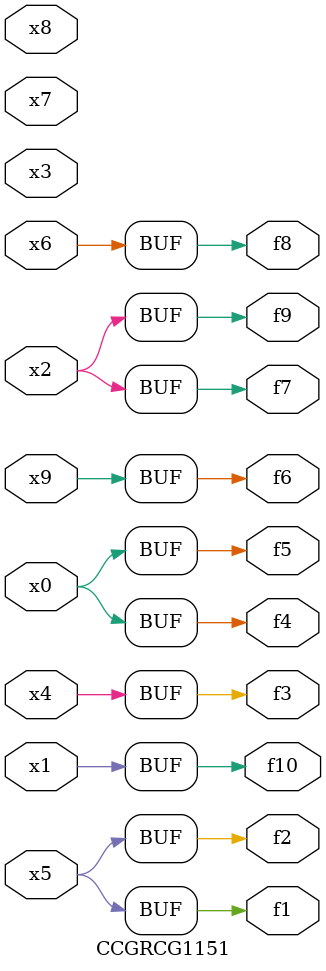
<source format=v>
module CCGRCG1151(
	input x0, x1, x2, x3, x4, x5, x6, x7, x8, x9,
	output f1, f2, f3, f4, f5, f6, f7, f8, f9, f10
);
	assign f1 = x5;
	assign f2 = x5;
	assign f3 = x4;
	assign f4 = x0;
	assign f5 = x0;
	assign f6 = x9;
	assign f7 = x2;
	assign f8 = x6;
	assign f9 = x2;
	assign f10 = x1;
endmodule

</source>
